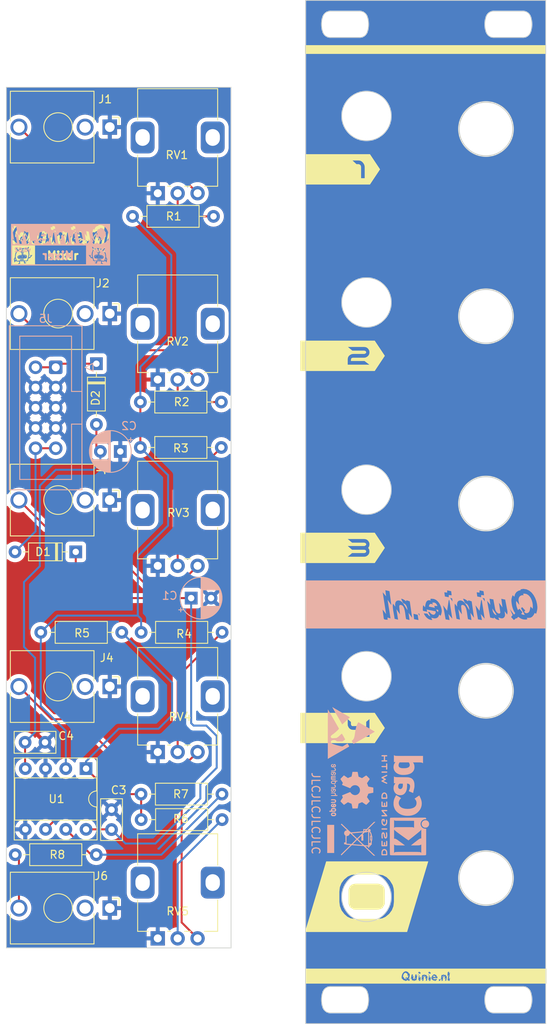
<source format=kicad_pcb>
(kicad_pcb (version 20221018) (generator pcbnew)
  (layers (0 "F.Cu" signal) (31 "B.Cu" signal) (34 "B.Paste" user) (35 "F.Paste" user) (36 "B.SilkS" user "B.Silkscreen") (37 "F.SilkS" user "F.Silkscreen") (38 "B.Mask" user) (39 "F.Mask" user) (44 "Edge.Cuts" user))
  (net 0 "")
  (net 1 "GND")
  (net 2 "Net-(J1-PadT)")
  (net 4 "Net-(J2-PadT)")
  (net 6 "Net-(J3-PadT)")
  (net 8 "Net-(J4-PadT)")
  (net 10 "Net-(R1-Pad1)")
  (net 11 "Net-(R2-Pad1)")
  (net 12 "Net-(R3-Pad1)")
  (net 13 "Net-(R4-Pad1)")
  (net 14 "Net-(R5-Pad1)")
  (net 15 "Net-(U1A--)")
  (net 16 "Net-(U1B--)")
  (net 17 "Net-(J6-PadT)")
  (net 19 "Net-(R6-Pad1)")
  (net 20 "Net-(R7-Pad1)")
  (net 21 "+12V")
  (net 22 "-12V")
  (net 23 "Net-(D1-A)")
  (net 24 "Net-(D2-K)")
  (footprint "Connector_Audio:Jack_3.5mm_QingPu_WQP-PJ398SM_Vertical_CircularHoles" (layer "F.Cu") (at 57.98 143 -90)
    (fp_text reference "J6" (at -4.03 1.08 -180) (layer "F.SilkS"))
    (fp_text value "AudioJack2_SwitchT")
    (pad "S" thru_hole rect (at 0 0 90) (size 1.93 1.83) (drill 1.22) (layers "*.Cu" "*.Mask") (net 1 "GND"))
    (pad "T" thru_hole circle (at 0 11.4 90) (size 2.13 2.13) (drill 1.43) (layers "*.Cu" "*.Mask") (net 17 "Net-(J6-PadT)"))
    (pad "TN" thru_hole circle (at 0 3.1 90) (size 2.13 2.13) (drill 1.42) (layers "*.Cu" "*.Mask"))
    (zone (net 0) (net_name "") (layer "F.Cu") (connect_pads (clearance 0)) (min_thickness 0.254)
      (keepout (tracks not_allowed) (vias not_allowed) (pads not_allowed) (copperpour not_allowed) (footprints not_allowed))
      (fill (thermal_gap 0.508) (thermal_bridge_width 0.508))
      (polygon (pts (xy 51.5 144.505141) (xy 51.745829 144.48493) (xy 51.985055 144.424841) (xy 52.211256 144.326486) (xy 52.418355 144.192508) (xy 52.60079 144.026504) (xy 52.753664 143.832932) (xy 52.872869 143.616992) (xy 52.955206 143.384482) (xy 52.998461 143.141646) (xy 53.001475 142.895007) (xy 52.964165 142.651187) (xy 52.887534 142.416734) (xy 52.77364 142.197946) (xy 52.625542 142.000697) (xy 52.447216 141.830286) (xy 52.243452 141.691288) (xy 52.019722 141.587436) (xy 51.782035 141.521519) (xy 51.536774 141.495308) (xy 51.290525 141.509507) (xy 51.049901 141.563734) (xy 50.821366 141.656532) (xy 50.611055 141.785411) (xy 50.424618 141.946908) (xy 50.267061 142.136687) (xy 50.142615 142.34965) (xy 50.054623 142.580079) (xy 50.005447 142.821785) (xy 49.996408 143.068278) (xy 50.02775 143.312936) (xy 50.09863 143.549191) (xy 50.207144 143.770697) (xy 50.350379 143.971505) (xy 50.524488 144.146223) (xy 50.724795 144.290158) (xy 50.945921 144.399445) (xy 51.181926 144.471149) (xy 51.426474 144.503344)))
    )
  )
  (footprint "kibuzzard-65A30B14" (layer "F.Cu") (at 87.2 120.4)
    (fp_text reference "kibuzzard-65A30B14" hide)
    (fp_text value "G***" hide)
  )
  (footprint "Potentiometer_THT:Potentiometer_Alps_RK09K_Single_Vertical" (layer "F.Cu") (at 64 100.05 90)
    (fp_text reference "RV3" (at 6.65 2.6 180) (layer "F.SilkS"))
    (fp_text value "R_Potentiometer")
    (pad "1" thru_hole rect (at 0 0 90) (size 1.8 1.8) (drill 1) (layers "*.Cu" "*.Mask") (net 1 "GND"))
    (pad "2" thru_hole circle (at 0 2.5 90) (size 1.8 1.8) (drill 1) (layers "*.Cu" "*.Mask") (net 12 "Net-(R3-Pad1)"))
    (pad "3" thru_hole circle (at 0 5 90) (size 1.8 1.8) (drill 1) (layers "*.Cu" "*.Mask") (net 6 "Net-(J3-PadT)"))
    (pad "MP" thru_hole roundrect (at 7 -1.9 90) (size 4 3) (drill oval 2.1 1.8) (layers "*.Cu" "*.Mask"))
    (pad "MP" thru_hole roundrect (at 7 6.9 90) (size 4 3) (drill oval 2.1 1.8) (layers "*.Cu" "*.Mask"))
  )
  (footprint "kibuzzard-63947F16" (layer "F.Cu") (at 97.64687 151.537)
    (fp_text reference "kibuzzard-63947F16" hide)
    (fp_text value "G***" hide)
  )
  (footprint "Resistor_THT:R_Axial_DIN0207_L6.3mm_D2.5mm_P10.16mm_Horizontal" (layer "F.Cu") (at 71.98 85.2 180)
    (fp_text reference "R3" (at 5.08 -0.1) (layer "F.SilkS"))
    (fp_text value "100k")
    (pad "1" thru_hole circle (at 0 0 180) (size 1.6 1.6) (drill 0.8) (layers "*.Cu" "*.Mask") (net 12 "Net-(R3-Pad1)"))
    (pad "2" thru_hole oval (at 10.16 0 180) (size 1.6 1.6) (drill 0.8) (layers "*.Cu" "*.Mask") (net 15 "Net-(U1A--)"))
  )
  (footprint "Connector_Audio:Jack_3.5mm_QingPu_WQP-PJ398SM_Vertical_CircularHoles" (layer "F.Cu") (at 57.98 68.4 -90)
    (fp_text reference "J2" (at -3.8 0.88 -180) (layer "F.SilkS"))
    (fp_text value "AudioJack2_SwitchT")
    (pad "S" thru_hole rect (at 0 0 90) (size 1.93 1.83) (drill 1.22) (layers "*.Cu" "*.Mask") (net 1 "GND"))
    (pad "T" thru_hole circle (at 0 11.4 90) (size 2.13 2.13) (drill 1.43) (layers "*.Cu" "*.Mask") (net 4 "Net-(J2-PadT)"))
    (pad "TN" thru_hole circle (at 0 3.1 90) (size 2.13 2.13) (drill 1.42) (layers "*.Cu" "*.Mask"))
    (zone (net 0) (net_name "") (layer "F.Cu") (connect_pads (clearance 0)) (min_thickness 0.254)
      (keepout (tracks not_allowed) (vias not_allowed) (pads not_allowed) (copperpour not_allowed) (footprints not_allowed))
      (fill (thermal_gap 0.508) (thermal_bridge_width 0.508))
      (polygon (pts (xy 51.5 69.905141) (xy 51.745829 69.88493) (xy 51.985055 69.824841) (xy 52.211256 69.726486) (xy 52.418355 69.592508) (xy 52.60079 69.426504) (xy 52.753664 69.232932) (xy 52.872869 69.016992) (xy 52.955206 68.784482) (xy 52.998461 68.541646) (xy 53.001475 68.295007) (xy 52.964165 68.051187) (xy 52.887534 67.816734) (xy 52.77364 67.597946) (xy 52.625542 67.400697) (xy 52.447216 67.230286) (xy 52.243452 67.091288) (xy 52.019722 66.987436) (xy 51.782035 66.921519) (xy 51.536774 66.895308) (xy 51.290525 66.909507) (xy 51.049901 66.963734) (xy 50.821366 67.056532) (xy 50.611055 67.185411) (xy 50.424618 67.346908) (xy 50.267061 67.536687) (xy 50.142615 67.74965) (xy 50.054623 67.980079) (xy 50.005447 68.221785) (xy 49.996408 68.468278) (xy 50.02775 68.712936) (xy 50.09863 68.949191) (xy 50.207144 69.170697) (xy 50.350379 69.371505) (xy 50.524488 69.546223) (xy 50.724795 69.690158) (xy 50.945921 69.799445) (xy 51.181926 69.871149) (xy 51.426474 69.903344)))
    )
  )
  (footprint "kibuzzard-63948EE9" (layer "F.Cu") (at 87.2 50.3)
    (fp_text reference "kibuzzard-63948EE9" hide)
    (fp_text value "G***" hide)
  )
  (footprint "kibuzzard-65A30B0C" (layer "F.Cu") (at 87.2 97.8)
    (fp_text reference "kibuzzard-65A30B0C" hide)
    (fp_text value "G***" hide)
  )
  (footprint "Potentiometer_THT:Potentiometer_Alps_RK09K_Single_Vertical" (layer "F.Cu") (at 64 146.8 90)
    (fp_text reference "RV5" (at 3.4 2.5 180) (layer "F.SilkS"))
    (fp_text value "R_Potentiometer")
    (pad "1" thru_hole rect (at 0 0 90) (size 1.8 1.8) (drill 1) (layers "*.Cu" "*.Mask") (net 1 "GND"))
    (pad "2" thru_hole circle (at 0 2.5 90) (size 1.8 1.8) (drill 1) (layers "*.Cu" "*.Mask") (net 19 "Net-(R6-Pad1)"))
    (pad "3" thru_hole circle (at 0 5 90) (size 1.8 1.8) (drill 1) (layers "*.Cu" "*.Mask") (net 14 "Net-(R5-Pad1)"))
    (pad "MP" thru_hole roundrect (at 7 -1.9 90) (size 4 3) (drill oval 2.1 1.8) (layers "*.Cu" "*.Mask"))
    (pad "MP" thru_hole roundrect (at 7 6.9 90) (size 4 3) (drill oval 2.1 1.8) (layers "*.Cu" "*.Mask"))
  )
  (footprint "Capacitor_THT:C_Disc_D5.0mm_W2.5mm_P2.50mm" (layer "F.Cu") (at 58.2 130.65 -90)
    (fp_text reference "C3" (at -2.45 -0.9 -180) (layer "F.SilkS"))
    (fp_text value "C")
    (pad "1" thru_hole circle (at 0 0 270) (size 1.6 1.6) (drill 0.8) (layers "*.Cu" "*.Mask") (net 1 "GND"))
    (pad "2" thru_hole circle (at 2.5 0 270) (size 1.6 1.6) (drill 0.8) (layers "*.Cu" "*.Mask") (net 21 "+12V"))
  )
  (footprint "Capacitor_THT:C_Disc_D5.0mm_W2.5mm_P2.50mm" (layer "F.Cu") (at 49.85 122.2 180)
    (fp_text reference "C4" (at -2.65 0.8) (layer "F.SilkS"))
    (fp_text value "C")
    (pad "1" thru_hole circle (at 0 0 180) (size 1.6 1.6) (drill 0.8) (layers "*.Cu" "*.Mask") (net 1 "GND"))
    (pad "2" thru_hole circle (at 2.5 0 180) (size 1.6 1.6) (drill 0.8) (layers "*.Cu" "*.Mask") (net 22 "-12V"))
  )
  (footprint "Resistor_THT:R_Axial_DIN0207_L6.3mm_D2.5mm_P10.16mm_Horizontal" (layer "F.Cu") (at 71.98 79.5 180)
    (fp_text reference "R2" (at 4.98 0) (layer "F.SilkS"))
    (fp_text value "100k")
    (pad "1" thru_hole circle (at 0 0 180) (size 1.6 1.6) (drill 0.8) (layers "*.Cu" "*.Mask") (net 11 "Net-(R2-Pad1)"))
    (pad "2" thru_hole oval (at 10.16 0 180) (size 1.6 1.6) (drill 0.8) (layers "*.Cu" "*.Mask") (net 15 "Net-(U1A--)"))
  )
  (footprint "kibuzzard-63729A5C" (layer "F.Cu") (at 51.81 58.5)
    (fp_text reference "kibuzzard-63729A5C" hide)
    (fp_text value "G***" hide)
  )
  (footprint "Diode_THT:D_DO-35_SOD27_P7.62mm_Horizontal" (layer "F.Cu") (at 53.71 98.3 180)
    (fp_text reference "D1" (at 4.11 0) (layer "F.SilkS"))
    (fp_text value "1n4148")
    (pad "1" thru_hole rect (at 0 0 180) (size 1.6 1.6) (drill 0.8) (layers "*.Cu" "*.Mask") (net 21 "+12V"))
    (pad "2" thru_hole oval (at 7.62 0 180) (size 1.6 1.6) (drill 0.8) (layers "*.Cu" "*.Mask") (net 23 "Net-(D1-A)"))
  )
  (footprint "Resistor_THT:R_Axial_DIN0207_L6.3mm_D2.5mm_P10.16mm_Horizontal" (layer "F.Cu") (at 59.48 108.4 180)
    (fp_text reference "R5" (at 4.98 -0.1) (layer "F.SilkS"))
    (fp_text value "100k")
    (pad "1" thru_hole circle (at 0 0 180) (size 1.6 1.6) (drill 0.8) (layers "*.Cu" "*.Mask") (net 14 "Net-(R5-Pad1)"))
    (pad "2" thru_hole oval (at 10.16 0 180) (size 1.6 1.6) (drill 0.8) (layers "*.Cu" "*.Mask") (net 15 "Net-(U1A--)"))
  )
  (footprint "Potentiometer_THT:Potentiometer_Alps_RK09K_Single_Vertical" (layer "F.Cu") (at 64 76.675 90)
    (fp_text reference "RV2" (at 4.775 2.5 180) (layer "F.SilkS"))
    (fp_text value "R_Potentiometer")
    (pad "1" thru_hole rect (at 0 0 90) (size 1.8 1.8) (drill 1) (layers "*.Cu" "*.Mask") (net 1 "GND"))
    (pad "2" thru_hole circle (at 0 2.5 90) (size 1.8 1.8) (drill 1) (layers "*.Cu" "*.Mask") (net 11 "Net-(R2-Pad1)"))
    (pad "3" thru_hole circle (at 0 5 90) (size 1.8 1.8) (drill 1) (layers "*.Cu" "*.Mask") (net 4 "Net-(J2-PadT)"))
    (pad "MP" thru_hole roundrect (at 7 -1.9 90) (size 4 3) (drill oval 2.1 1.8) (layers "*.Cu" "*.Mask"))
    (pad "MP" thru_hole roundrect (at 7 6.9 90) (size 4 3) (drill oval 2.1 1.8) (layers "*.Cu" "*.Mask"))
  )
  (footprint "Diode_THT:D_DO-35_SOD27_P7.62mm_Horizontal" (layer "F.Cu") (at 56.3 74.69 -90)
    (fp_text reference "D2" (at 4.31 0.1 90) (layer "F.SilkS"))
    (fp_text value "1n4148")
    (pad "1" thru_hole rect (at 0 0 270) (size 1.6 1.6) (drill 0.8) (layers "*.Cu" "*.Mask") (net 24 "Net-(D2-K)"))
    (pad "2" thru_hole oval (at 7.62 0 270) (size 1.6 1.6) (drill 0.8) (layers "*.Cu" "*.Mask") (net 22 "-12V"))
  )
  (footprint "Resistor_THT:R_Axial_DIN0207_L6.3mm_D2.5mm_P10.16mm_Horizontal" (layer "F.Cu") (at 72.08 108.4 180)
    (fp_text reference "R4" (at 4.78 -0.2) (layer "F.SilkS"))
    (fp_text value "100k")
    (pad "1" thru_hole circle (at 0 0 180) (size 1.6 1.6) (drill 0.8) (layers "*.Cu" "*.Mask") (net 13 "Net-(R4-Pad1)"))
    (pad "2" thru_hole oval (at 10.16 0 180) (size 1.6 1.6) (drill 0.8) (layers "*.Cu" "*.Mask") (net 15 "Net-(U1A--)"))
  )
  (footprint "kibuzzard-63949171" (layer "F.Cu") (at 90.22 141.57)
    (fp_text reference "kibuzzard-63949171" hide)
    (fp_text value "G***" hide)
  )
  (footprint "Resistor_THT:R_Axial_DIN0207_L6.3mm_D2.5mm_P10.16mm_Horizontal" (layer "F.Cu") (at 71 56.2 180)
    (fp_text reference "R1" (at 5 0) (layer "F.SilkS"))
    (fp_text value "100k")
    (pad "1" thru_hole circle (at 0 0 180) (size 1.6 1.6) (drill 0.8) (layers "*.Cu" "*.Mask") (net 10 "Net-(R1-Pad1)"))
    (pad "2" thru_hole oval (at 10.16 0 180) (size 1.6 1.6) (drill 0.8) (layers "*.Cu" "*.Mask") (net 15 "Net-(U1A--)"))
  )
  (footprint "kibuzzard-65A30BCA" (layer "F.Cu") (at 97.65 149.28)
    (fp_text reference "kibuzzard-65A30BCA" hide)
    (fp_text value "G***" hide)
  )
  (footprint "Connector_Audio:Jack_3.5mm_QingPu_WQP-PJ398SM_Vertical_CircularHoles" (layer "F.Cu") (at 57.98 115.2 -90)
    (fp_text reference "J4" (at -3.6 0.38 -180) (layer "F.SilkS"))
    (fp_text value "AudioJack2_SwitchT")
    (pad "S" thru_hole rect (at 0 0 90) (size 1.93 1.83) (drill 1.22) (layers "*.Cu" "*.Mask") (net 1 "GND"))
    (pad "T" thru_hole circle (at 0 11.4 90) (size 2.13 2.13) (drill 1.43) (layers "*.Cu" "*.Mask") (net 8 "Net-(J4-PadT)"))
    (pad "TN" thru_hole circle (at 0 3.1 90) (size 2.13 2.13) (drill 1.42) (layers "*.Cu" "*.Mask"))
    (zone (net 0) (net_name "") (layer "F.Cu") (connect_pads (clearance 0)) (min_thickness 0.254)
      (keepout (tracks not_allowed) (vias not_allowed) (pads not_allowed) (copperpour not_allowed) (footprints not_allowed))
      (fill (thermal_gap 0.508) (thermal_bridge_width 0.508))
      (polygon (pts (xy 51.5 116.705141) (xy 51.745829 116.68493) (xy 51.985055 116.624841) (xy 52.211256 116.526486) (xy 52.418355 116.392508) (xy 52.60079 116.226504) (xy 52.753664 116.032932) (xy 52.872869 115.816992) (xy 52.955206 115.584482) (xy 52.998461 115.341646) (xy 53.001475 115.095007) (xy 52.964165 114.851187) (xy 52.887534 114.616734) (xy 52.77364 114.397946) (xy 52.625542 114.200697) (xy 52.447216 114.030286) (xy 52.243452 113.891288) (xy 52.019722 113.787436) (xy 51.782035 113.721519) (xy 51.536774 113.695308) (xy 51.290525 113.709507) (xy 51.049901 113.763734) (xy 50.821366 113.856532) (xy 50.611055 113.985411) (xy 50.424618 114.146908) (xy 50.267061 114.336687) (xy 50.142615 114.54965) (xy 50.054623 114.780079) (xy 50.005447 115.021785) (xy 49.996408 115.268278) (xy 50.02775 115.512936) (xy 50.09863 115.749191) (xy 50.207144 115.970697) (xy 50.350379 116.171505) (xy 50.524488 116.346223) (xy 50.724795 116.490158) (xy 50.945921 116.599445) (xy 51.181926 116.671149) (xy 51.426474 116.703344)))
    )
  )
  (footprint "Resistor_THT:R_Axial_DIN0207_L6.3mm_D2.5mm_P10.16mm_Horizontal" (layer "F.Cu") (at 46.12 136.3)
    (fp_text reference "R8" (at 5.28 0) (layer "F.SilkS"))
    (fp_text value "1k")
    (pad "1" thru_hole circle (at 0 0) (size 1.6 1.6) (drill 0.8) (layers "*.Cu" "*.Mask") (net 17 "Net-(J6-PadT)"))
    (pad "2" thru_hole oval (at 10.16 0) (size 1.6 1.6) (drill 0.8) (layers "*.Cu" "*.Mask") (net 20 "Net-(R7-Pad1)"))
  )
  (footprint "Connector_Audio:Jack_3.5mm_QingPu_WQP-PJ398SM_Vertical_CircularHoles" (layer "F.Cu") (at 57.98 91.8 -90)
    (fp_text reference "J3" (at -4.03 1.08 90) (layer "F.SilkS"))
    (fp_text value "AudioJack2_SwitchT")
    (pad "S" thru_hole rect (at 0 0 90) (size 1.93 1.83) (drill 1.22) (layers "*.Cu" "*.Mask") (net 1 "GND"))
    (pad "T" thru_hole circle (at 0 11.4 90) (size 2.13 2.13) (drill 1.43) (layers "*.Cu" "*.Mask") (net 6 "Net-(J3-PadT)"))
    (pad "TN" thru_hole circle (at 0 3.1 90) (size 2.13 2.13) (drill 1.42) (layers "*.Cu" "*.Mask"))
    (zone (net 0) (net_name "") (layer "F.Cu") (connect_pads (clearance 0)) (min_thickness 0.254)
      (keepout (tracks not_allowed) (vias not_allowed) (pads not_allowed) (copperpour not_allowed) (footprints not_allowed))
      (fill (thermal_gap 0.508) (thermal_bridge_width 0.508))
      (polygon (pts (xy 51.5 93.305141) (xy 51.745829 93.28493) (xy 51.985055 93.224841) (xy 52.211256 93.126486) (xy 52.418355 92.992508) (xy 52.60079 92.826504) (xy 52.753664 92.632932) (xy 52.872869 92.416992) (xy 52.955206 92.184482) (xy 52.998461 91.941646) (xy 53.001475 91.695007) (xy 52.964165 91.451187) (xy 52.887534 91.216734) (xy 52.77364 90.997946) (xy 52.625542 90.800697) (xy 52.447216 90.630286) (xy 52.243452 90.491288) (xy 52.019722 90.387436) (xy 51.782035 90.321519) (xy 51.536774 90.295308) (xy 51.290525 90.309507) (xy 51.049901 90.363734) (xy 50.821366 90.456532) (xy 50.611055 90.585411) (xy 50.424618 90.746908) (xy 50.267061 90.936687) (xy 50.142615 91.14965) (xy 50.054623 91.380079) (xy 50.005447 91.621785) (xy 49.996408 91.868278) (xy 50.02775 92.112936) (xy 50.09863 92.349191) (xy 50.207144 92.570697) (xy 50.350379 92.771505) (xy 50.524488 92.946223) (xy 50.724795 93.090158) (xy 50.945921 93.199445) (xy 51.181926 93.271149) (xy 51.426474 93.303344)))
    )
  )
  (footprint "kibuzzard-63663374" (layer "F.Cu") (at 47.1 61.1)
    (fp_text reference "kibuzzard-63663374" hide)
    (fp_text value "G***" hide)
  )
  (footprint "Package_DIP:DIP-8_W7.62mm_Socket" (layer "F.Cu") (at 55 125.5 -90)
    (fp_text reference "U1" (at 3.81 3.7 -180) (layer "F.SilkS"))
    (fp_text value "TL072")
    (pad "1" thru_hole rect (at 0 0 270) (size 1.6 1.6) (drill 0.8) (layers "*.Cu" "*.Mask") (net 14 "Net-(R5-Pad1)"))
    (pad "2" thru_hole oval (at 0 2.54 270) (size 1.6 1.6) (drill 0.8) (layers "*.Cu" "*.Mask") (net 15 "Net-(U1A--)"))
    (pad "3" thru_hole oval (at 0 5.08 270) (size 1.6 1.6) (drill 0.8) (layers "*.Cu" "*.Mask") (net 1 "GND"))
    (pad "4" thru_hole oval (at 0 7.62 270) (size 1.6 1.6) (drill 0.8) (layers "*.Cu" "*.Mask") (net 22 "-12V"))
    (pad "5" thru_hole oval (at 7.62 7.62 270) (size 1.6 1.6) (drill 0.8) (layers "*.Cu" "*.Mask") (net 1 "GND"))
    (pad "6" thru_hole oval (at 7.62 5.08 270) (size 1.6 1.6) (drill 0.8) (layers "*.Cu" "*.Mask") (net 16 "Net-(U1B--)"))
    (pad "7" thru_hole oval (at 7.62 2.54 270) (size 1.6 1.6) (drill 0.8) (layers "*.Cu" "*.Mask") (net 20 "Net-(R7-Pad1)"))
    (pad "8" thru_hole oval (at 7.62 0 270) (size 1.6 1.6) (drill 0.8) (layers "*.Cu" "*.Mask") (net 21 "+12V"))
  )
  (footprint "Resistor_THT:R_Axial_DIN0207_L6.3mm_D2.5mm_P10.16mm_Horizontal" (layer "F.Cu") (at 72.06 128.7 180)
    (fp_text reference "R7" (at 5.16 0) (layer "F.SilkS"))
    (fp_text value "100k")
    (pad "1" thru_hole circle (at 0 0 180) (size 1.6 1.6) (drill 0.8) (layers "*.Cu" "*.Mask") (net 20 "Net-(R7-Pad1)"))
    (pad "2" thru_hole oval (at 10.16 0 180) (size 1.6 1.6) (drill 0.8) (layers "*.Cu" "*.Mask") (net 16 "Net-(U1B--)"))
  )
  (footprint "Resistor_THT:R_Axial_DIN0207_L6.3mm_D2.5mm_P10.16mm_Horizontal" (layer "F.Cu") (at 72.08 131.9 180)
    (fp_text reference "R6" (at 5.18 0.1) (layer "F.SilkS"))
    (fp_text value "100k")
    (pad "1" thru_hole circle (at 0 0 180) (size 1.6 1.6) (drill 0.8) (layers "*.Cu" "*.Mask") (net 19 "Net-(R6-Pad1)"))
    (pad "2" thru_hole oval (at 10.16 0 180) (size 1.6 1.6) (drill 0.8) (layers "*.Cu" "*.Mask") (net 16 "Net-(U1B--)"))
  )
  (footprint "Potentiometer_THT:Potentiometer_Alps_RK09K_Single_Vertical" (layer "F.Cu") (at 64 123.425 90)
    (fp_text reference "RV4" (at 4.425 2.8 180) (layer "F.SilkS"))
    (fp_text value "R_Potentiometer")
    (pad "1" thru_hole rect (at 0 0 90) (size 1.8 1.8) (drill 1) (layers "*.Cu" "*.Mask") (net 1 "GND"))
    (pad "2" thru_hole circle (at 0 2.5 90) (size 1.8 1.8) (drill 1) (layers "*.Cu" "*.Mask") (net 13 "Net-(R4-Pad1)"))
    (pad "3" thru_hole circle (at 0 5 90) (size 1.8 1.8) (drill 1) (layers "*.Cu" "*.Mask") (net 8 "Net-(J4-PadT)"))
    (pad "MP" thru_hole roundrect (at 7 -1.9 90) (size 4 3) (drill oval 2.1 1.8) (layers "*.Cu" "*.Mask"))
    (pad "MP" thru_hole roundrect (at 7 6.9 90) (size 4 3) (drill oval 2.1 1.8) (layers "*.Cu" "*.Mask"))
  )
  (footprint "kibuzzard-65A30B02" (layer "F.Cu") (at 87.2 73.7)
    (fp_text reference "kibuzzard-65A30B02" hide)
    (fp_text value "G***" hide)
  )
  (footprint "Potentiometer_THT:Potentiometer_Alps_RK09K_Single_Vertical" (layer "F.Cu") (at 64 53.3 90)
    (fp_text reference "RV1" (at 4.8 2.4 180) (layer "F.SilkS"))
    (fp_text value "R_Potentiometer")
    (pad "1" thru_hole rect (at 0 0 90) (size 1.8 1.8) (drill 1) (layers "*.Cu" "*.Mask") (net 1 "GND"))
    (pad "2" thru_hole circle (at 0 2.5 90) (size 1.8 1.8) (drill 1) (layers "*.Cu" "*.Mask") (net 10 "Net-(R1-Pad1)"))
    (pad "3" thru_hole circle (at 0 5 90) (size 1.8 1.8) (drill 1) (layers "*.Cu" "*.Mask") (net 2 "Net-(J1-PadT)"))
    (pad "MP" thru_hole roundrect (at 7 -1.9 90) (size 4 3) (drill oval 2.1 1.8) (layers "*.Cu" "*.Mask"))
    (pad "MP" thru_hole roundrect (at 7 6.9 90) (size 4 3) (drill oval 2.1 1.8) (layers "*.Cu" "*.Mask"))
  )
  (footprint "Connector_Audio:Jack_3.5mm_QingPu_WQP-PJ398SM_Vertical_CircularHoles" (layer "F.Cu") (at 57.98 45 -90)
    (fp_text reference "J1" (at -3.5 0.58 -180) (layer "F.SilkS"))
    (fp_text value "AudioJack2_SwitchT")
    (pad "S" thru_hole rect (at 0 0 90) (size 1.93 1.83) (drill 1.22) (layers "*.Cu" "*.Mask") (net 1 "GND"))
    (pad "T" thru_hole circle (at 0 11.4 90) (size 2.13 2.13) (drill 1.43) (layers "*.Cu" "*.Mask") (net 2 "Net-(J1-PadT)"))
    (pad "TN" thru_hole circle (at 0 3.1 90) (size 2.13 2.13) (drill 1.42) (layers "*.Cu" "*.Mask"))
    (zone (net 0) (net_name "") (layer "F.Cu") (connect_pads (clearance 0)) (min_thickness 0.254)
      (keepout (tracks not_allowed) (vias not_allowed) (pads not_allowed) (copperpour not_allowed) (footprints not_allowed))
      (fill (thermal_gap 0.508) (thermal_bridge_width 0.508))
      (polygon (pts (xy 51.5 46.505141) (xy 51.745829 46.48493) (xy 51.985055 46.424841) (xy 52.211256 46.326486) (xy 52.418355 46.192508) (xy 52.60079 46.026504) (xy 52.753664 45.832932) (xy 52.872869 45.616992) (xy 52.955206 45.384482) (xy 52.998461 45.141646) (xy 53.001475 44.895007) (xy 52.964165 44.651187) (xy 52.887534 44.416734) (xy 52.77364 44.197946) (xy 52.625542 44.000697) (xy 52.447216 43.830286) (xy 52.243452 43.691288) (xy 52.019722 43.587436) (xy 51.782035 43.521519) (xy 51.536774 43.495308) (xy 51.290525 43.509507) (xy 51.049901 43.563734) (xy 50.821366 43.656532) (xy 50.611055 43.785411) (xy 50.424618 43.946908) (xy 50.267061 44.136687) (xy 50.142615 44.34965) (xy 50.054623 44.580079) (xy 50.005447 44.821785) (xy 49.996408 45.068278) (xy 50.02775 45.312936) (xy 50.09863 45.549191) (xy 50.207144 45.770697) (xy 50.350379 45.971505) (xy 50.524488 46.146223) (xy 50.724795 46.290158) (xy 50.945921 46.399445) (xy 51.181926 46.471149) (xy 51.426474 46.503344)))
    )
  )
  (footprint "Symbol:WEEE-Logo_4.2x6mm_SilkScreen" (layer "B.Cu") (at 88.291066 134.31 90)
    (fp_text reference "REF**" hide)
    (fp_text value "WEEE-Logo_4.2x6mm_SilkScreen" hide)
  )
  (footprint "kibuzzard-63729A5C" (layer "B.Cu") (at 51.79 58.5 180)
    (fp_text reference "kibuzzard-63729A5C" hide)
    (fp_text value "G***" hide)
  )
  (footprint "Capacitor_THT:CP_Radial_D5.0mm_P2.50mm" (layer "B.Cu") (at 59.3 85.7 180)
    (fp_text reference "C2" (at -1.1 3.2) (layer "B.SilkS") (effects (justify mirror)))
    (fp_text value "10uf")
    (pad "1" thru_hole rect (at 0 0 180) (size 1.6 1.6) (drill 0.8) (layers "*.Cu" "*.Mask") (net 1 "GND"))
    (pad "2" thru_hole circle (at 2.5 0 180) (size 1.6 1.6) (drill 0.8) (layers "*.Cu" "*.Mask") (net 22 "-12V"))
  )
  (footprint "Symbol:ESD-Logo_6.6x6mm_SilkScreen" (layer "B.Cu") (at 88.30876 121.02 90)
    (fp_text reference "REF**" hide)
    (fp_text value "ESD-Logo_6.6x6mm_SilkScreen" hide)
  )
  (footprint "Capacitor_THT:CP_Radial_D5.0mm_P2.50mm" (layer "B.Cu") (at 68.194888 104.1)
    (fp_text reference "C1" (at -2.694888 -0.3) (layer "B.SilkS") (effects (justify mirror)))
    (fp_text value "10uf")
    (pad "1" thru_hole rect (at 0 0) (size 1.6 1.6) (drill 0.8) (layers "*.Cu" "*.Mask") (net 21 "+12V"))
    (pad "2" thru_hole circle (at 2.5 0) (size 1.6 1.6) (drill 0.8) (layers "*.Cu" "*.Mask") (net 1 "GND"))
  )
  (footprint "kibuzzard-63663374" (layer "B.Cu") (at 56.5 61.1 180)
    (fp_text reference "kibuzzard-63663374" hide)
    (fp_text value "G***" hide)
  )
  (footprint "Symbol:KiCad-Logo2_5mm_SilkScreen" (layer "B.Cu") (at 95.081066 130.1 90)
    (fp_text reference "REF**" hide)
    (fp_text value "KiCad-Logo2_5mm_SilkScreen" hide)
  )
  (footprint "Connector_IDC:IDC-Header_2x05_P2.54mm_Vertical" (layer "B.Cu") (at 51.2 75.14 180)
    (fp_text reference "J5" (at 1.27 6.1) (layer "B.SilkS") (effects (justify mirror)))
    (fp_text value "Conn_02x05_Odd_Even" hide)
    (pad "1" thru_hole roundrect (at 0 0 180) (size 1.7 1.7) (drill 1) (layers "*.Cu" "*.Mask") (roundrect_rratio 0.147059) (net 24 "Net-(D2-K)"))
    (pad "2" thru_hole circle (at 2.54 0 180) (size 1.7 1.7) (drill 1) (layers "*.Cu" "*.Mask") (net 24 "Net-(D2-K)"))
    (pad "3" thru_hole circle (at 0 -2.54 180) (size 1.7 1.7) (drill 1) (layers "*.Cu" "*.Mask") (net 1 "GND"))
    (pad "4" thru_hole circle (at 2.54 -2.54 180) (size 1.7 1.7) (drill 1) (layers "*.Cu" "*.Mask") (net 1 "GND"))
    (pad "5" thru_hole circle (at 0 -5.08 180) (size 1.7 1.7) (drill 1) (layers "*.Cu" "*.Mask") (net 1 "GND"))
    (pad "6" thru_hole circle (at 2.54 -5.08 180) (size 1.7 1.7) (drill 1) (layers "*.Cu" "*.Mask") (net 1 "GND"))
    (pad "7" thru_hole circle (at 0 -7.62 180) (size 1.7 1.7) (drill 1) (layers "*.Cu" "*.Mask") (net 1 "GND"))
    (pad "8" thru_hole circle (at 2.54 -7.62 180) (size 1.7 1.7) (drill 1) (layers "*.Cu" "*.Mask") (net 1 "GND"))
    (pad "9" thru_hole circle (at 0 -10.16 180) (size 1.7 1.7) (drill 1) (layers "*.Cu" "*.Mask") (net 23 "Net-(D1-A)"))
    (pad "10" thru_hole circle (at 2.54 -10.16 180) (size 1.7 1.7) (drill 1) (layers "*.Cu" "*.Mask") (net 23 "Net-(D1-A)"))
  )
  (footprint "kibuzzard-639724AE" (layer "B.Cu") (at 97.6 104.9 180)
    (fp_text reference "kibuzzard-639724AE" hide)
    (fp_text value "G***" hide)
  )
  (footprint "Symbol:OSHW-Logo2_7.3x6mm_SilkScreen" (layer "B.Cu") (at 88.3 128.2 90)
    (fp_text reference "REF**" hide)
    (fp_text value "OSHW-Logo2_7.3x6mm_SilkScreen" hide)
  )
  (gr_line (start 45.656 62.285) (end 45.656 59.815) (stroke (width 0.15)) (layer "B.SilkS"))
  (gr_line (start 45.656 62.297) (end 55.04 62.297) (stroke (width 0.15)) (layer "B.SilkS"))
  (gr_line (start 57.944 59.815) (end 57.944 62.285) (stroke (width 0.15)) (layer "F.SilkS"))
  (gr_line (start 48.56 62.297) (end 57.944 62.297) (stroke (width 0.15)) (layer "F.SilkS"))
  (gr_rect (start 82.55 34.79) (end 112.63 35.74) (stroke (width 0.15)) (fill solid) (layer "F.SilkS"))
  (gr_arc (start 105.228999 33.083) (mid 105.06038 32.1) (end 105.228999 31.117) (stroke (width 0.1)) (layer "Edge.Cuts"))
  (gr_circle (center 105.2 92.235197) (end 108.6 92.235197) (stroke (width 0.2)) (fill none) (layer "Edge.Cuts"))
  (gr_line (start 73.2 40) (end 73.2 148) (stroke (width 0.1)) (layer "Edge.Cuts"))
  (gr_arc (start 84.728999 33.083) (mid 84.56038 32.1) (end 84.728999 31.117) (stroke (width 0.1)) (layer "Edge.Cuts"))
  (gr_circle (center 105.2 139.23) (end 108.6 139.23) (stroke (width 0.2)) (fill none) (layer "Edge.Cuts"))
  (gr_line (start 109.848 30.45) (end 106.172 30.45) (stroke (width 0.1)) (layer "Edge.Cuts"))
  (gr_circle (center 90.2 141.6) (end 93.3 141.6) (stroke (width 0.1)) (fill none) (layer "Edge.Cuts"))
  (gr_arc (start 109.847997 152.85) (mid 110.425534 153.033585) (end 110.790997 153.517) (stroke (width 0.1)) (layer "Edge.Cuts"))
  (gr_arc (start 90.291001 153.517) (mid 90.45962 154.5) (end 90.291001 155.483) (stroke (width 0.1)) (layer "Edge.Cuts"))
  (gr_line (start 112.7 157.5) (end 82.56 157.5) (stroke (width 0.1)) (layer "Edge.Cuts"))
  (gr_circle (center 90.2 67) (end 93.3 67) (stroke (width 0.1)) (fill none) (layer "Edge.Cuts"))
  (gr_arc (start 90.290997 155.483) (mid 89.925523 155.966396) (end 89.348 156.15) (stroke (width 0.1)) (layer "Edge.Cuts"))
  (gr_arc (start 110.791001 153.517) (mid 110.95962 154.5) (end 110.791001 155.483) (stroke (width 0.1)) (layer "Edge.Cuts"))
  (gr_line (start 89.348 152.85) (end 85.672 152.85) (stroke (width 0.1)) (layer "Edge.Cuts"))
  (gr_line (start 82.56 157.5) (end 82.56 29.1) (stroke (width 0.1)) (layer "Edge.Cuts"))
  (gr_arc (start 105.229003 153.517) (mid 105.594477 153.033604) (end 106.172 152.85) (stroke (width 0.1)) (layer "Edge.Cuts"))
  (gr_arc (start 84.728999 155.483) (mid 84.56038 154.5) (end 84.728999 153.517) (stroke (width 0.1)) (layer "Edge.Cuts"))
  (gr_arc (start 84.729003 153.517) (mid 85.094478 153.033603) (end 85.672003 152.85) (stroke (width 0.1)) (layer "Edge.Cuts"))
  (gr_line (start 112.7 29.1) (end 112.7 157.5) (stroke (width 0.1)) (layer "Edge.Cuts"))
  (gr_arc (start 105.228999 155.483) (mid 105.06038 154.5) (end 105.228999 153.517) (stroke (width 0.1)) (layer "Edge.Cuts"))
  (gr_arc (start 105.229003 31.117) (mid 105.594465 30.633584) (end 106.172003 30.45) (stroke (width 0.1)) (layer "Edge.Cuts"))
  (gr_arc (start 106.172003 33.75) (mid 105.594466 33.566415) (end 105.229003 33.083) (stroke (width 0.1)) (layer "Edge.Cuts"))
  (gr_arc (start 85.672003 156.15) (mid 85.094455 155.966429) (end 84.729003 155.483) (stroke (width 0.1)) (layer "Edge.Cuts"))
  (gr_arc (start 110.791001 31.117) (mid 110.95962 32.1) (end 110.791001 33.083) (stroke (width 0.1)) (layer "Edge.Cuts"))
  (gr_line (start 106.172 33.75) (end 109.848 33.75) (stroke (width 0.1)) (layer "Edge.Cuts"))
  (gr_line (start 89.348 30.45) (end 85.672 30.45) (stroke (width 0.1)) (layer "Edge.Cuts"))
  (gr_circle (center 90.2 113.9) (end 93.3 113.9) (stroke (width 0.1)) (fill none) (layer "Edge.Cuts"))
  (gr_line (start 73.2 40) (end 45 40) (stroke (width 0.1)) (layer "Edge.Cuts"))
  (gr_arc (start 110.791 155.483) (mid 110.425538 155.966416) (end 109.848 156.15) (stroke (width 0.1)) (layer "Edge.Cuts"))
  (gr_line (start 85.672 33.75) (end 89.348 33.75) (stroke (width 0.1)) (layer "Edge.Cuts"))
  (gr_circle (center 90.2 43.6) (end 93.3 43.6) (stroke (width 0.1)) (fill none) (layer "Edge.Cuts"))
  (gr_arc (start 90.290997 33.083) (mid 89.925523 33.566396) (end 89.348 33.75) (stroke (width 0.1)) (layer "Edge.Cuts"))
  (gr_arc (start 89.347997 152.85) (mid 89.925545 153.033571) (end 90.290997 153.517) (stroke (width 0.1)) (layer "Edge.Cuts"))
  (gr_arc (start 89.347997 30.45) (mid 89.925545 30.633571) (end 90.290997 31.117) (stroke (width 0.1)) (layer "Edge.Cuts"))
  (gr_line (start 45 40) (end 45 148) (stroke (width 0.1)) (layer "Edge.Cuts"))
  (gr_line (start 85.672 156.15) (end 89.348 156.15) (stroke (width 0.1)) (layer "Edge.Cuts"))
  (gr_line (start 106.172 156.15) (end 109.848 156.15) (stroke (width 0.1)) (layer "Edge.Cuts"))
  (gr_circle (center 105.2 115.732597) (end 108.6 115.732597) (stroke (width 0.2)) (fill none) (layer "Edge.Cuts"))
  (gr_line (start 73.2 148) (end 45 148) (stroke (width 0.1)) (layer "Edge.Cuts"))
  (gr_circle (center 90.2 90.5) (end 93.3 90.5) (stroke (width 0.1)) (fill none) (layer "Edge.Cuts"))
  (gr_arc (start 90.291001 31.117) (mid 90.45962 32.1) (end 90.291001 33.083) (stroke (width 0.1)) (layer "Edge.Cuts"))
  (gr_arc (start 85.672003 33.75) (mid 85.094455 33.566429) (end 84.729003 33.083) (stroke (width 0.1)) (layer "Edge.Cuts"))
  (gr_arc (start 109.847997 30.45) (mid 110.425534 30.633585) (end 110.790997 31.117) (stroke (width 0.1)) (layer "Edge.Cuts"))
  (gr_arc (start 110.790997 33.083) (mid 110.425523 33.566396) (end 109.848 33.75) (stroke (width 0.1)) (layer "Edge.Cuts"))
  (gr_circle (center 105.2 68.737797) (end 108.6 68.737797) (stroke (width 0.2)) (fill none) (layer "Edge.Cuts"))
  (gr_arc (start 106.172003 156.15) (mid 105.594466 155.966415) (end 105.229003 155.483) (stroke (width 0.1)) (layer "Edge.Cuts"))
  (gr_circle (center 105.2 45.240397) (end 108.6 45.240397) (stroke (width 0.2)) (fill none) (layer "Edge.Cuts"))
  (gr_line (start 82.56 29.1) (end 112.7 29.1) (stroke (width 0.1)) (layer "Edge.Cuts"))
  (gr_line (start 109.848 152.85) (end 106.172 152.85) (stroke (width 0.1)) (layer "Edge.Cuts"))
  (gr_arc (start 84.729003 31.117) (mid 85.094477 30.633604) (end 85.672 30.45) (stroke (width 0.1)) (layer "Edge.Cuts"))
  (gr_text "JLCJLCJLCJLC" (at 83.821066 131.12 -90) (layer "B.SilkS") (effects (font (size 1 1))))
  (gr_text "Mixer" (at 51.52 61.14) (layer "B.SilkS") (effects (font (size 1 1) (thickness 0.25)) (justify mirror)))
  (gr_text "v0.02" (at 47.05 60.397) (layer "B.SilkS") (effects (font (size 0.5 0.5) (thickness 0.125)) (justify mirror)))
  (gr_text "Mixer" (at 52.08 61.14) (layer "F.SilkS") (effects (font (size 1 1) (thickness 0.25))))
  (gr_text "v0.02" (at 56.55 60.397) (layer "F.SilkS") (effects (font (size 0.5 0.5) (thickness 0.125))))
  (segment (start 69 53.3) (end 66 50.3) (width 0.25) (layer "F.Cu") (net 2))
  (segment (start 66 50.3) (end 51.88 50.3) (width 0.25) (layer "F.Cu") (net 2))
  (segment (start 51.88 50.3) (end 46.58 45) (width 0.25) (layer "F.Cu") (net 2))
  (segment (start 51.18 73) (end 46.58 68.4) (width 0.25) (layer "F.Cu") (net 4))
  (segment (start 65.325 73) (end 51.18 73) (width 0.25) (layer "F.Cu") (net 4))
  (segment (start 69 76.675) (end 65.325 73) (width 0.25) (layer "F.Cu") (net 4))
  (segment (start 49.98 95.2) (end 46.58 91.8) (width 0.25) (layer "F.Cu") (net 6))
  (segment (start 55.3 95.2) (end 49.98 95.2) (width 0.25) (layer "F.Cu") (net 6))
  (segment (start 62.5 102.4) (end 55.3 95.2) (width 0.25) (layer "F.Cu") (net 6))
  (segment (start 66.65 102.4) (end 62.5 102.4) (width 0.25) (layer "F.Cu") (net 6))
  (segment (start 69 100.05) (end 66.65 102.4) (width 0.25) (layer "F.Cu") (net 6))
  (segment (start 50.68 119.3) (end 46.58 115.2) (width 0.25) (layer "F.Cu") (net 8))
  (segment (start 66.725 125.7) (end 60.4 125.7) (width 0.25) (layer "F.Cu") (net 8))
  (segment (start 69 123.425) (end 66.725 125.7) (width 0.25) (layer "F.Cu") (net 8))
  (segment (start 60.4 125.7) (end 54 119.3) (width 0.25) (layer "F.Cu") (net 8))
  (segment (start 54 119.3) (end 50.68 119.3) (width 0.25) (layer "F.Cu") (net 8))
  (segment (start 71 56.2) (end 67.4 56.2) (width 0.25) (layer "F.Cu") (net 10))
  (segment (start 66.5 55.3) (end 66.5 53.3) (width 0.25) (layer "F.Cu") (net 10))
  (segment (start 67.4 56.2) (end 66.5 55.3) (width 0.25) (layer "F.Cu") (net 10))
  (segment (start 66.5 78.7) (end 67.3 79.5) (width 0.25) (layer "F.Cu") (net 11))
  (segment (start 66.5 76.675) (end 66.5 78.7) (width 0.25) (layer "F.Cu") (net 11))
  (segment (start 67.3 79.5) (end 71.98 79.5) (width 0.25) (layer "F.Cu") (net 11))
  (segment (start 71.98 85.2) (end 66.5 90.68) (width 0.25) (layer "F.Cu") (net 12))
  (segment (start 66.5 90.68) (end 66.5 100.05) (width 0.25) (layer "F.Cu") (net 12))
  (segment (start 66.5 113.98) (end 72.08 108.4) (width 0.25) (layer "F.Cu") (net 13))
  (segment (start 66.5 123.425) (end 66.5 113.98) (width 0.25) (layer "F.Cu") (net 13))
  (segment (start 63.9 126.8) (end 67 129.9) (width 0.25) (layer "F.Cu") (net 14))
  (segment (start 67 144.8) (end 69 146.8) (width 0.25) (layer "F.Cu") (net 14))
  (segment (start 56.3 126.8) (end 63.9 126.8) (width 0.25) (layer "F.Cu") (net 14))
  (segment (start 55 125.5) (end 56.3 126.8) (width 0.25) (layer "F.Cu") (net 14))
  (segment (start 67 129.9) (end 67 144.8) (width 0.25) (layer "F.Cu") (net 14))
  (segment (start 65.8 118.8) (end 64.1 120.5) (width 0.25) (layer "B.Cu") (net 14))
  (segment (start 59.48 108.4) (end 65.8 114.72) (width 0.25) (layer "B.Cu") (net 14))
  (segment (start 59.1 120.5) (end 55 124.6) (width 0.25) (layer "B.Cu") (net 14))
  (segment (start 65.8 114.72) (end 65.8 118.8) (width 0.25) (layer "B.Cu") (net 14))
  (segment (start 64.1 120.5) (end 59.1 120.5) (width 0.25) (layer "B.Cu") (net 14))
  (segment (start 55 124.6) (end 55 125.5) (width 0.25) (layer "B.Cu") (net 14))
  (segment (start 61.82 79.5) (end 61.82 85.2) (width 0.25) (layer "F.Cu") (net 15))
  (segment (start 61.5 106.3) (end 51.42 106.3) (width 0.25) (layer "B.Cu") (net 15))
  (segment (start 65.7 61.06) (end 60.84 56.2) (width 0.25) (layer "B.Cu") (net 15))
  (segment (start 61.82 85.2) (end 65.3 88.68) (width 0.25) (layer "B.Cu") (net 15))
  (segment (start 61.82 79.5) (end 61.82 75.08) (width 0.25) (layer "B.Cu") (net 15))
  (segment (start 52.46 120.76) (end 52.46 125.5) (width 0.25) (layer "B.Cu") (net 15))
  (segment (start 61.5 98.8) (end 61.5 106.3) (width 0.25) (layer "B.Cu") (net 15))
  (segment (start 61.82 75.08) (end 65.7 71.2) (width 0.25) (layer "B.Cu") (net 15))
  (segment (start 51.42 106.3) (end 49.32 108.4) (width 0.25) (layer "B.Cu") (net 15))
  (segment (start 49.32 117.62) (end 52.46 120.76) (width 0.25) (layer "B.Cu") (net 15))
  (segment (start 65.3 88.68) (end 65.3 95) (width 0.25) (layer "B.Cu") (net 15))
  (segment (start 61.92 106.72) (end 61.5 106.3) (width 0.25) (layer "B.Cu") (net 15))
  (segment (start 49.32 108.4) (end 49.32 117.62) (width 0.25) (layer "B.Cu") (net 15))
  (segment (start 65.3 95) (end 61.5 98.8) (width 0.25) (layer "B.Cu") (net 15))
  (segment (start 61.92 108.4) (end 61.92 106.72) (width 0.25) (layer "B.Cu") (net 15))
  (segment (start 65.7 71.2) (end 65.7 61.06) (width 0.25) (layer "B.Cu") (net 15))
  (segment (start 61.9 128.7) (end 54.34 128.7) (width 0.25) (layer "F.Cu") (net 16))
  (segment (start 61.92 131.9) (end 61.92 128.72) (width 0.25) (layer "F.Cu") (net 16))
  (segment (start 61.92 128.72) (end 61.9 128.7) (width 0.25) (layer "F.Cu") (net 16))
  (segment (start 49.92 133.12) (end 54.34 128.7) (width 0.25) (layer "F.Cu") (net 16))
  (segment (start 46.58 143) (end 46.58 136.76) (width 0.25) (layer "F.Cu") (net 17))
  (segment (start 46.58 136.76) (end 46.12 136.3) (width 0.25) (layer "F.Cu") (net 17))
  (segment (start 72.08 131.9) (end 66.5 137.48) (width 0.25) (layer "B.Cu") (net 19))
  (segment (start 66.5 137.48) (end 66.5 146.8) (width 0.25) (layer "B.Cu") (net 19))
  (segment (start 52.46 133.12) (end 55.64 136.3) (width 0.25) (layer "F.Cu") (net 20))
  (segment (start 55.64 136.3) (end 56.28 136.3) (width 0.25) (layer "F.Cu") (net 20))
  (segment (start 72.06 128.7) (end 64.46 136.3) (width 0.25) (layer "B.Cu") (net 20))
  (segment (start 64.46 136.3) (end 56.28 136.3) (width 0.25) (layer "B.Cu") (net 20))
  (segment (start 58.17 133.12) (end 58.2 133.15) (width 0.25) (layer "F.Cu") (net 21))
  (segment (start 53.71 98.3) (end 53.71 101.11) (width 0.25) (layer "F.Cu") (net 21))
  (segment (start 53.71 101.11) (end 56.7 104.1) (width 0.25) (layer "F.Cu") (net 21))
  (segment (start 56.7 104.1) (end 68.194888 104.1) (width 0.25) (layer "F.Cu") (net 21))
  (segment (start 55 133.12) (end 58.17 133.12) (width 0.25) (layer "F.Cu") (net 21))
  (segment (start 68.194888 119.794888) (end 68.194888 104.1) (width 0.25) (layer "B.Cu") (net 21))
  (segment (start 58.2 133.15) (end 59.95 134.9) (width 0.25) (layer "B.Cu") (net 21))
  (segment (start 70.1 120.1) (end 68.5 120.1) (width 0.25) (layer "B.Cu") (net 21))
  (segment (start 71.4 121.4) (end 70.1 120.1) (width 0.25) (layer "B.Cu") (net 21))
  (segment (start 69.35 127.45) (end 71.4 125.4) (width 0.25) (layer "B.Cu") (net 21))
  (segment (start 69.35 129.25) (end 69.35 127.45) (width 0.25) (layer "B.Cu") (net 21))
  (segment (start 59.95 134.9) (end 63.7 134.9) (width 0.25) (layer "B.Cu") (net 21))
  (segment (start 71.4 125.4) (end 71.4 121.4) (width 0.25) (layer "B.Cu") (net 21))
  (segment (start 68.5 120.1) (end 68.194888 119.794888) (width 0.25) (layer "B.Cu") (net 21))
  (segment (start 63.7 134.9) (end 69.35 129.25) (width 0.25) (layer "B.Cu") (net 21))
  (segment (start 47.35 125.47) (end 47.38 125.5) (width 0.25) (layer "F.Cu") (net 22))
  (segment (start 56.3 85.2) (end 56.8 85.7) (width 0.25) (layer "F.Cu") (net 22))
  (segment (start 47.35 122.2) (end 47.35 125.47) (width 0.25) (layer "F.Cu") (net 22))
  (segment (start 56.3 82.31) (end 56.3 85.2) (width 0.25) (layer "F.Cu") (net 22))
  (segment (start 48.6 120.95) (end 47.35 122.2) (width 0.25) (layer "B.Cu") (net 22))
  (segment (start 47.215 110.215) (end 48.6 111.6) (width 0.25) (layer "B.Cu") (net 22))
  (segment (start 56.8 85.7) (end 56.8 87.1) (width 0.25) (layer "B.Cu") (net 22))
  (segment (start 56.8 87.1) (end 55.9 88) (width 0.25) (layer "B.Cu") (net 22))
  (segment (start 55.9 88) (end 51.2 88) (width 0.25) (layer "B.Cu") (net 22))
  (segment (start 49.2 90) (end 49.2 100.1) (width 0.25) (layer "B.Cu") (net 22))
  (segment (start 49.2 100.1) (end 47.215 102.085) (width 0.25) (layer "B.Cu") (net 22))
  (segment (start 51.2 88) (end 49.2 90) (width 0.25) (layer "B.Cu") (net 22))
  (segment (start 48.6 111.6) (end 48.6 120.95) (width 0.25) (layer "B.Cu") (net 22))
  (segment (start 47.215 102.085) (end 47.215 110.215) (width 0.25) (layer "B.Cu") (net 22))
  (segment (start 51.2 85.3) (end 48.66 85.3) (width 0.25) (layer "F.Cu") (net 23))
  (segment (start 48.66 85.3) (end 48.66 95.73) (width 0.25) (layer "B.Cu") (net 23))
  (segment (start 48.66 95.73) (end 46.09 98.3) (width 0.25) (layer "B.Cu") (net 23))
  (segment (start 51.65 74.69) (end 51.2 75.14) (width 0.25) (layer "F.Cu") (net 24))
  (segment (start 56.3 74.69) (end 51.65 74.69) (width 0.25) (layer "F.Cu") (net 24))
  (segment (start 48.66 75.14) (end 51.2 75.14) (width 0.25) (layer "F.Cu") (net 24))
  (zone (net 1) (net_name "GND") (layers "F&B.Cu") (connect_pads (clearance 0.5)) (min_thickness 0.25) (fill yes (thermal_gap 0.5) (thermal_bridge_width 0.5))
    (polygon (pts (xy 73.175 40.025) (xy 45 39.975) (xy 45 148) (xy 73.2 148)))
  )
  (zone (net 0) (net_name "") (layers "F&B.Cu") (priority 1) (connect_pads (clearance 0.5)) (min_thickness 0.25) (fill yes (thermal_gap 0.5) (thermal_bridge_width 0.5) (island_removal_mode 1) (island_area_min 10))
    (polygon (pts (xy 112.7 157.5) (xy 82.6 157.5) (xy 82.6 29.1) (xy 112.7 29.1)))
  )
)
</source>
